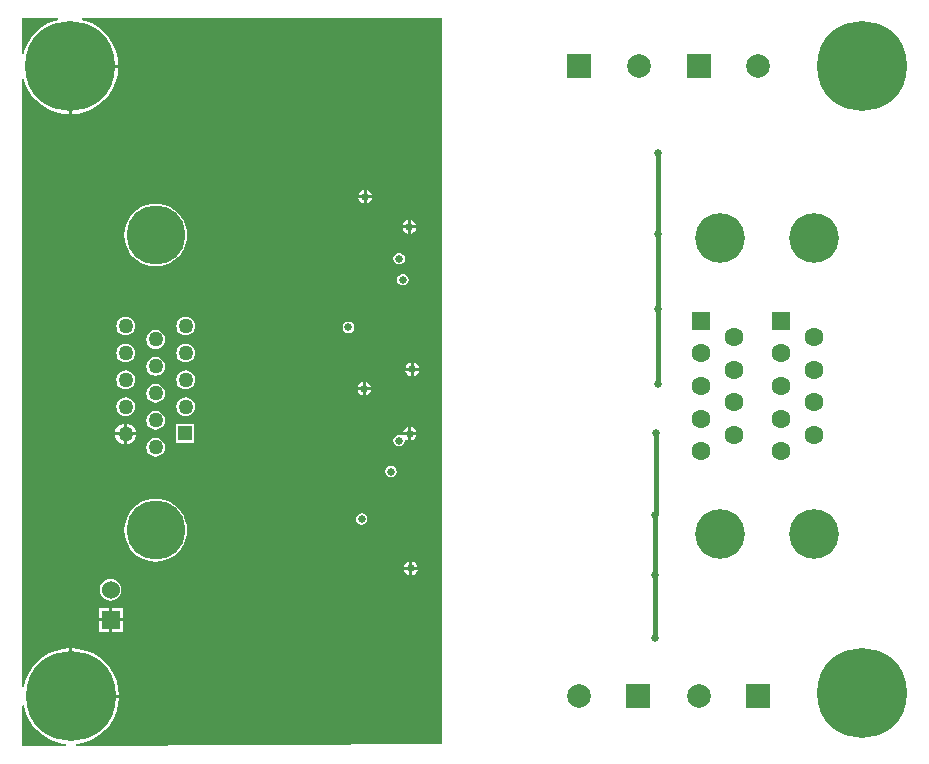
<source format=gbl>
G04*
G04 #@! TF.GenerationSoftware,Altium Limited,Altium Designer,20.1.8 (145)*
G04*
G04 Layer_Physical_Order=2*
G04 Layer_Color=16711680*
%FSLAX25Y25*%
%MOIN*%
G70*
G04*
G04 #@! TF.SameCoordinates,D3287E22-0F69-463A-97E5-025C8055979C*
G04*
G04*
G04 #@! TF.FilePolarity,Positive*
G04*
G01*
G75*
%ADD17C,0.01500*%
%ADD42C,0.06000*%
%ADD43R,0.06000X0.06000*%
%ADD44C,0.06299*%
%ADD45C,0.16535*%
%ADD46R,0.06299X0.06299*%
%ADD47C,0.07874*%
%ADD48R,0.07874X0.07874*%
%ADD49C,0.19685*%
%ADD50C,0.05000*%
%ADD51R,0.05000X0.05000*%
%ADD52C,0.03000*%
%ADD53C,0.30000*%
%ADD54C,0.02600*%
G36*
X211942Y377481D02*
X211040Y377264D01*
X208714Y376300D01*
X206566Y374984D01*
X204651Y373349D01*
X203016Y371434D01*
X201700Y369286D01*
X200736Y366960D01*
X200519Y366058D01*
X200020Y366117D01*
Y377980D01*
X211883D01*
X211942Y377481D01*
D02*
G37*
G36*
X340000Y135989D02*
X217910Y135580D01*
X217890Y136080D01*
X218761Y136148D01*
X221210Y136736D01*
X223536Y137700D01*
X225684Y139016D01*
X227599Y140651D01*
X229234Y142566D01*
X230550Y144714D01*
X231514Y147040D01*
X232102Y149489D01*
X232260Y151500D01*
X216250D01*
Y152000D01*
X215750D01*
Y168010D01*
X213739Y167852D01*
X211290Y167264D01*
X208964Y166300D01*
X206816Y164984D01*
X204901Y163349D01*
X203266Y161434D01*
X201950Y159286D01*
X200986Y156960D01*
X200519Y155017D01*
X200020Y155076D01*
Y357883D01*
X200519Y357942D01*
X200736Y357040D01*
X201700Y354714D01*
X203016Y352566D01*
X204651Y350651D01*
X206566Y349016D01*
X208714Y347700D01*
X211040Y346736D01*
X213489Y346148D01*
X215500Y345990D01*
Y362000D01*
X216000D01*
Y362500D01*
X232010D01*
X231852Y364511D01*
X231264Y366960D01*
X230300Y369286D01*
X228984Y371434D01*
X227349Y373349D01*
X225434Y374984D01*
X223286Y376300D01*
X220960Y377264D01*
X220058Y377481D01*
X220117Y377980D01*
X340000D01*
Y135989D01*
D02*
G37*
G36*
X200986Y147040D02*
X201950Y144714D01*
X203266Y142566D01*
X204901Y140651D01*
X206816Y139016D01*
X208964Y137700D01*
X211290Y136736D01*
X213739Y136148D01*
X214744Y136069D01*
X214726Y135569D01*
X200374Y135521D01*
X200020Y135874D01*
Y148924D01*
X200519Y148984D01*
X200986Y147040D01*
D02*
G37*
%LPC*%
G36*
X232010Y361500D02*
X216500D01*
Y345990D01*
X218511Y346148D01*
X220960Y346736D01*
X223286Y347700D01*
X225434Y349016D01*
X227349Y350651D01*
X228984Y352566D01*
X230300Y354714D01*
X231264Y357040D01*
X231852Y359489D01*
X232010Y361500D01*
D02*
G37*
G36*
X314841Y320786D02*
Y319041D01*
X316586D01*
X316508Y319438D01*
X315999Y320199D01*
X315238Y320708D01*
X314841Y320786D01*
D02*
G37*
G36*
X313841D02*
X313443Y320708D01*
X312683Y320199D01*
X312174Y319438D01*
X312095Y319041D01*
X313841D01*
Y320786D01*
D02*
G37*
G36*
X316586Y318041D02*
X314841D01*
Y316295D01*
X315238Y316374D01*
X315999Y316883D01*
X316508Y317643D01*
X316586Y318041D01*
D02*
G37*
G36*
X313841D02*
X312095D01*
X312174Y317643D01*
X312683Y316883D01*
X313443Y316374D01*
X313841Y316295D01*
Y318041D01*
D02*
G37*
G36*
X329600Y310746D02*
Y309000D01*
X331346D01*
X331267Y309397D01*
X330758Y310158D01*
X329997Y310667D01*
X329600Y310746D01*
D02*
G37*
G36*
X328600D02*
X328203Y310667D01*
X327442Y310158D01*
X326933Y309397D01*
X326854Y309000D01*
X328600D01*
Y310746D01*
D02*
G37*
G36*
X331346Y308000D02*
X329600D01*
Y306254D01*
X329997Y306333D01*
X330758Y306842D01*
X331267Y307603D01*
X331346Y308000D01*
D02*
G37*
G36*
X328600D02*
X326854D01*
X326933Y307603D01*
X327442Y306842D01*
X328203Y306333D01*
X328600Y306254D01*
Y308000D01*
D02*
G37*
G36*
X325700Y299837D02*
X324959Y299690D01*
X324330Y299270D01*
X323910Y298641D01*
X323763Y297900D01*
X323910Y297159D01*
X324330Y296530D01*
X324959Y296110D01*
X325700Y295963D01*
X326441Y296110D01*
X327070Y296530D01*
X327490Y297159D01*
X327637Y297900D01*
X327490Y298641D01*
X327070Y299270D01*
X326441Y299690D01*
X325700Y299837D01*
D02*
G37*
G36*
X244500Y316243D02*
X242861Y316114D01*
X241263Y315730D01*
X239744Y315101D01*
X238343Y314242D01*
X237093Y313175D01*
X236026Y311925D01*
X235167Y310523D01*
X234538Y309005D01*
X234154Y307406D01*
X234025Y305768D01*
X234154Y304129D01*
X234538Y302531D01*
X235167Y301012D01*
X236026Y299611D01*
X237093Y298361D01*
X238343Y297293D01*
X239744Y296435D01*
X241263Y295806D01*
X242861Y295422D01*
X244500Y295293D01*
X246139Y295422D01*
X247737Y295806D01*
X249255Y296435D01*
X250657Y297293D01*
X251907Y298361D01*
X252974Y299611D01*
X253833Y301012D01*
X254462Y302531D01*
X254846Y304129D01*
X254975Y305768D01*
X254846Y307406D01*
X254462Y309005D01*
X253833Y310523D01*
X252974Y311925D01*
X251907Y313175D01*
X250657Y314242D01*
X249255Y315101D01*
X247737Y315730D01*
X246139Y316114D01*
X244500Y316243D01*
D02*
G37*
G36*
X326900Y292837D02*
X326159Y292690D01*
X325530Y292270D01*
X325110Y291641D01*
X324963Y290900D01*
X325110Y290159D01*
X325530Y289530D01*
X326159Y289110D01*
X326900Y288963D01*
X327641Y289110D01*
X328270Y289530D01*
X328690Y290159D01*
X328837Y290900D01*
X328690Y291641D01*
X328270Y292270D01*
X327641Y292690D01*
X326900Y292837D01*
D02*
G37*
G36*
X308800Y276937D02*
X308059Y276790D01*
X307430Y276370D01*
X307010Y275741D01*
X306863Y275000D01*
X307010Y274259D01*
X307430Y273630D01*
X308059Y273210D01*
X308800Y273063D01*
X309541Y273210D01*
X310170Y273630D01*
X310590Y274259D01*
X310737Y275000D01*
X310590Y275741D01*
X310170Y276370D01*
X309541Y276790D01*
X308800Y276937D01*
D02*
G37*
G36*
X254500Y278579D02*
X253691Y278473D01*
X252937Y278161D01*
X252289Y277664D01*
X251792Y277016D01*
X251480Y276262D01*
X251373Y275453D01*
X251480Y274643D01*
X251792Y273889D01*
X252289Y273242D01*
X252937Y272745D01*
X253691Y272432D01*
X254500Y272326D01*
X255309Y272432D01*
X256063Y272745D01*
X256711Y273242D01*
X257208Y273889D01*
X257520Y274643D01*
X257627Y275453D01*
X257520Y276262D01*
X257208Y277016D01*
X256711Y277664D01*
X256063Y278161D01*
X255309Y278473D01*
X254500Y278579D01*
D02*
G37*
G36*
X234500D02*
X233691Y278473D01*
X232937Y278161D01*
X232289Y277664D01*
X231792Y277016D01*
X231480Y276262D01*
X231373Y275453D01*
X231480Y274643D01*
X231792Y273889D01*
X232289Y273242D01*
X232937Y272745D01*
X233691Y272432D01*
X234500Y272326D01*
X235309Y272432D01*
X236063Y272745D01*
X236711Y273242D01*
X237208Y273889D01*
X237520Y274643D01*
X237627Y275453D01*
X237520Y276262D01*
X237208Y277016D01*
X236711Y277664D01*
X236063Y278161D01*
X235309Y278473D01*
X234500Y278579D01*
D02*
G37*
G36*
X244500Y274091D02*
X243691Y273985D01*
X242937Y273672D01*
X242289Y273176D01*
X241792Y272528D01*
X241480Y271774D01*
X241373Y270965D01*
X241480Y270155D01*
X241792Y269401D01*
X242289Y268754D01*
X242937Y268257D01*
X243691Y267944D01*
X244500Y267838D01*
X245309Y267944D01*
X246063Y268257D01*
X246711Y268754D01*
X247208Y269401D01*
X247520Y270155D01*
X247627Y270965D01*
X247520Y271774D01*
X247208Y272528D01*
X246711Y273176D01*
X246063Y273672D01*
X245309Y273985D01*
X244500Y274091D01*
D02*
G37*
G36*
X254500Y269603D02*
X253691Y269497D01*
X252937Y269184D01*
X252289Y268687D01*
X251792Y268040D01*
X251480Y267286D01*
X251373Y266476D01*
X251480Y265667D01*
X251792Y264913D01*
X252289Y264265D01*
X252937Y263769D01*
X253691Y263456D01*
X254500Y263350D01*
X255309Y263456D01*
X256063Y263769D01*
X256711Y264265D01*
X257208Y264913D01*
X257520Y265667D01*
X257627Y266476D01*
X257520Y267286D01*
X257208Y268040D01*
X256711Y268687D01*
X256063Y269184D01*
X255309Y269497D01*
X254500Y269603D01*
D02*
G37*
G36*
X234500D02*
X233691Y269497D01*
X232937Y269184D01*
X232289Y268687D01*
X231792Y268040D01*
X231480Y267286D01*
X231373Y266476D01*
X231480Y265667D01*
X231792Y264913D01*
X232289Y264265D01*
X232937Y263769D01*
X233691Y263456D01*
X234500Y263350D01*
X235309Y263456D01*
X236063Y263769D01*
X236711Y264265D01*
X237208Y264913D01*
X237520Y265667D01*
X237627Y266476D01*
X237520Y267286D01*
X237208Y268040D01*
X236711Y268687D01*
X236063Y269184D01*
X235309Y269497D01*
X234500Y269603D01*
D02*
G37*
G36*
X330500Y263246D02*
Y261500D01*
X332246D01*
X332167Y261897D01*
X331658Y262658D01*
X330897Y263167D01*
X330500Y263246D01*
D02*
G37*
G36*
X329500D02*
X329103Y263167D01*
X328342Y262658D01*
X327833Y261897D01*
X327754Y261500D01*
X329500D01*
Y263246D01*
D02*
G37*
G36*
X244500Y265115D02*
X243691Y265008D01*
X242937Y264696D01*
X242289Y264199D01*
X241792Y263552D01*
X241480Y262797D01*
X241373Y261988D01*
X241480Y261179D01*
X241792Y260425D01*
X242289Y259777D01*
X242937Y259280D01*
X243691Y258968D01*
X244500Y258861D01*
X245309Y258968D01*
X246063Y259280D01*
X246711Y259777D01*
X247208Y260425D01*
X247520Y261179D01*
X247627Y261988D01*
X247520Y262797D01*
X247208Y263552D01*
X246711Y264199D01*
X246063Y264696D01*
X245309Y265008D01*
X244500Y265115D01*
D02*
G37*
G36*
X332246Y260500D02*
X330500D01*
Y258754D01*
X330897Y258833D01*
X331658Y259342D01*
X332167Y260103D01*
X332246Y260500D01*
D02*
G37*
G36*
X329500D02*
X327754D01*
X327833Y260103D01*
X328342Y259342D01*
X329103Y258833D01*
X329500Y258754D01*
Y260500D01*
D02*
G37*
G36*
X314600Y256846D02*
Y255100D01*
X316346D01*
X316267Y255497D01*
X315758Y256258D01*
X314997Y256767D01*
X314600Y256846D01*
D02*
G37*
G36*
X313600D02*
X313203Y256767D01*
X312442Y256258D01*
X311933Y255497D01*
X311854Y255100D01*
X313600D01*
Y256846D01*
D02*
G37*
G36*
X254500Y260627D02*
X253691Y260520D01*
X252937Y260208D01*
X252289Y259711D01*
X251792Y259063D01*
X251480Y258309D01*
X251373Y257500D01*
X251480Y256691D01*
X251792Y255937D01*
X252289Y255289D01*
X252937Y254792D01*
X253691Y254480D01*
X254500Y254373D01*
X255309Y254480D01*
X256063Y254792D01*
X256711Y255289D01*
X257208Y255937D01*
X257520Y256691D01*
X257627Y257500D01*
X257520Y258309D01*
X257208Y259063D01*
X256711Y259711D01*
X256063Y260208D01*
X255309Y260520D01*
X254500Y260627D01*
D02*
G37*
G36*
X234500D02*
X233691Y260520D01*
X232937Y260208D01*
X232289Y259711D01*
X231792Y259063D01*
X231480Y258309D01*
X231373Y257500D01*
X231480Y256691D01*
X231792Y255937D01*
X232289Y255289D01*
X232937Y254792D01*
X233691Y254480D01*
X234500Y254373D01*
X235309Y254480D01*
X236063Y254792D01*
X236711Y255289D01*
X237208Y255937D01*
X237520Y256691D01*
X237627Y257500D01*
X237520Y258309D01*
X237208Y259063D01*
X236711Y259711D01*
X236063Y260208D01*
X235309Y260520D01*
X234500Y260627D01*
D02*
G37*
G36*
X316346Y254100D02*
X314600D01*
Y252354D01*
X314997Y252433D01*
X315758Y252942D01*
X316267Y253703D01*
X316346Y254100D01*
D02*
G37*
G36*
X313600D02*
X311854D01*
X311933Y253703D01*
X312442Y252942D01*
X313203Y252433D01*
X313600Y252354D01*
Y254100D01*
D02*
G37*
G36*
X244500Y256139D02*
X243691Y256032D01*
X242937Y255720D01*
X242289Y255223D01*
X241792Y254575D01*
X241480Y253821D01*
X241373Y253012D01*
X241480Y252203D01*
X241792Y251448D01*
X242289Y250801D01*
X242937Y250304D01*
X243691Y249992D01*
X244500Y249885D01*
X245309Y249992D01*
X246063Y250304D01*
X246711Y250801D01*
X247208Y251448D01*
X247520Y252203D01*
X247627Y253012D01*
X247520Y253821D01*
X247208Y254575D01*
X246711Y255223D01*
X246063Y255720D01*
X245309Y256032D01*
X244500Y256139D01*
D02*
G37*
G36*
X254500Y251650D02*
X253691Y251544D01*
X252937Y251232D01*
X252289Y250735D01*
X251792Y250087D01*
X251480Y249333D01*
X251373Y248524D01*
X251480Y247714D01*
X251792Y246960D01*
X252289Y246313D01*
X252937Y245816D01*
X253691Y245503D01*
X254500Y245397D01*
X255309Y245503D01*
X256063Y245816D01*
X256711Y246313D01*
X257208Y246960D01*
X257520Y247714D01*
X257627Y248524D01*
X257520Y249333D01*
X257208Y250087D01*
X256711Y250735D01*
X256063Y251232D01*
X255309Y251544D01*
X254500Y251650D01*
D02*
G37*
G36*
X234500D02*
X233691Y251544D01*
X232937Y251232D01*
X232289Y250735D01*
X231792Y250087D01*
X231480Y249333D01*
X231373Y248524D01*
X231480Y247714D01*
X231792Y246960D01*
X232289Y246313D01*
X232937Y245816D01*
X233691Y245503D01*
X234500Y245397D01*
X235309Y245503D01*
X236063Y245816D01*
X236711Y246313D01*
X237208Y246960D01*
X237520Y247714D01*
X237627Y248524D01*
X237520Y249333D01*
X237208Y250087D01*
X236711Y250735D01*
X236063Y251232D01*
X235309Y251544D01*
X234500Y251650D01*
D02*
G37*
G36*
X244500Y247162D02*
X243691Y247056D01*
X242937Y246743D01*
X242289Y246246D01*
X241792Y245599D01*
X241480Y244845D01*
X241373Y244035D01*
X241480Y243226D01*
X241792Y242472D01*
X242289Y241825D01*
X242937Y241328D01*
X243691Y241015D01*
X244500Y240909D01*
X245309Y241015D01*
X246063Y241328D01*
X246711Y241825D01*
X247208Y242472D01*
X247520Y243226D01*
X247627Y244035D01*
X247520Y244845D01*
X247208Y245599D01*
X246711Y246246D01*
X246063Y246743D01*
X245309Y247056D01*
X244500Y247162D01*
D02*
G37*
G36*
X329700Y241846D02*
Y240100D01*
X331446D01*
X331367Y240497D01*
X330858Y241258D01*
X330097Y241767D01*
X329700Y241846D01*
D02*
G37*
G36*
X328700D02*
X328303Y241767D01*
X327542Y241258D01*
X327033Y240497D01*
X326954Y240100D01*
X328700D01*
Y241846D01*
D02*
G37*
G36*
X235000Y243012D02*
Y240047D01*
X237964D01*
X237910Y240461D01*
X237557Y241312D01*
X236996Y242043D01*
X236265Y242604D01*
X235414Y242957D01*
X235000Y243012D01*
D02*
G37*
G36*
X234000D02*
X233586Y242957D01*
X232735Y242604D01*
X232004Y242043D01*
X231443Y241312D01*
X231090Y240461D01*
X231036Y240047D01*
X234000D01*
Y243012D01*
D02*
G37*
G36*
X331446Y239100D02*
X329700D01*
Y237354D01*
X330097Y237433D01*
X330858Y237942D01*
X331367Y238703D01*
X331446Y239100D01*
D02*
G37*
G36*
X325600Y239187D02*
X324859Y239040D01*
X324230Y238620D01*
X323810Y237991D01*
X323663Y237250D01*
X323810Y236509D01*
X324230Y235880D01*
X324859Y235460D01*
X325600Y235313D01*
X326341Y235460D01*
X326970Y235880D01*
X327390Y236509D01*
X327537Y237250D01*
X327516Y237358D01*
X327966Y237659D01*
X328303Y237433D01*
X328700Y237354D01*
Y239100D01*
X326697D01*
X326474Y238951D01*
X326341Y239040D01*
X325600Y239187D01*
D02*
G37*
G36*
X257442Y242726D02*
X251242D01*
Y236526D01*
X257442D01*
Y242726D01*
D02*
G37*
G36*
X237964Y239047D02*
X235000D01*
Y236083D01*
X235414Y236137D01*
X236265Y236490D01*
X236996Y237051D01*
X237557Y237782D01*
X237910Y238634D01*
X237964Y239047D01*
D02*
G37*
G36*
X234000D02*
X231036D01*
X231090Y238634D01*
X231443Y237782D01*
X232004Y237051D01*
X232735Y236490D01*
X233586Y236137D01*
X234000Y236083D01*
Y239047D01*
D02*
G37*
G36*
X244500Y238186D02*
X243691Y238079D01*
X242937Y237767D01*
X242289Y237270D01*
X241792Y236622D01*
X241480Y235868D01*
X241373Y235059D01*
X241480Y234250D01*
X241792Y233496D01*
X242289Y232848D01*
X242937Y232351D01*
X243691Y232039D01*
X244500Y231932D01*
X245309Y232039D01*
X246063Y232351D01*
X246711Y232848D01*
X247208Y233496D01*
X247520Y234250D01*
X247627Y235059D01*
X247520Y235868D01*
X247208Y236622D01*
X246711Y237270D01*
X246063Y237767D01*
X245309Y238079D01*
X244500Y238186D01*
D02*
G37*
G36*
X322947Y228891D02*
X322205Y228743D01*
X321577Y228323D01*
X321157Y227695D01*
X321009Y226954D01*
X321157Y226212D01*
X321577Y225584D01*
X322205Y225164D01*
X322947Y225016D01*
X323688Y225164D01*
X324316Y225584D01*
X324736Y226212D01*
X324884Y226954D01*
X324736Y227695D01*
X324316Y228323D01*
X323688Y228743D01*
X322947Y228891D01*
D02*
G37*
G36*
X313200Y213037D02*
X312459Y212890D01*
X311830Y212470D01*
X311410Y211841D01*
X311263Y211100D01*
X311410Y210359D01*
X311830Y209730D01*
X312459Y209310D01*
X313200Y209163D01*
X313941Y209310D01*
X314570Y209730D01*
X314990Y210359D01*
X315137Y211100D01*
X314990Y211841D01*
X314570Y212470D01*
X313941Y212890D01*
X313200Y213037D01*
D02*
G37*
G36*
X244500Y217857D02*
X242861Y217728D01*
X241263Y217344D01*
X239744Y216715D01*
X238343Y215856D01*
X237093Y214789D01*
X236026Y213539D01*
X235167Y212137D01*
X234538Y210619D01*
X234154Y209020D01*
X234025Y207382D01*
X234154Y205743D01*
X234538Y204145D01*
X235167Y202626D01*
X236026Y201225D01*
X237093Y199975D01*
X238343Y198908D01*
X239744Y198049D01*
X241263Y197420D01*
X242861Y197036D01*
X244500Y196907D01*
X246139Y197036D01*
X247737Y197420D01*
X249255Y198049D01*
X250657Y198908D01*
X251907Y199975D01*
X252974Y201225D01*
X253833Y202626D01*
X254462Y204145D01*
X254846Y205743D01*
X254975Y207382D01*
X254846Y209020D01*
X254462Y210619D01*
X253833Y212137D01*
X252974Y213539D01*
X251907Y214789D01*
X250657Y215856D01*
X249255Y216715D01*
X247737Y217344D01*
X246139Y217728D01*
X244500Y217857D01*
D02*
G37*
G36*
X330100Y196946D02*
Y195200D01*
X331846D01*
X331767Y195597D01*
X331258Y196358D01*
X330497Y196867D01*
X330100Y196946D01*
D02*
G37*
G36*
X329100D02*
X328703Y196867D01*
X327942Y196358D01*
X327433Y195597D01*
X327354Y195200D01*
X329100D01*
Y196946D01*
D02*
G37*
G36*
X331846Y194200D02*
X330100D01*
Y192454D01*
X330497Y192533D01*
X331258Y193042D01*
X331767Y193803D01*
X331846Y194200D01*
D02*
G37*
G36*
X329100D02*
X327354D01*
X327433Y193803D01*
X327942Y193042D01*
X328703Y192533D01*
X329100Y192454D01*
Y194200D01*
D02*
G37*
G36*
X229500Y191131D02*
X228560Y191007D01*
X227684Y190645D01*
X226933Y190068D01*
X226355Y189315D01*
X225993Y188440D01*
X225869Y187500D01*
X225993Y186560D01*
X226355Y185685D01*
X226933Y184932D01*
X227684Y184355D01*
X228560Y183993D01*
X229500Y183869D01*
X230440Y183993D01*
X231315Y184355D01*
X232067Y184932D01*
X232645Y185685D01*
X233007Y186560D01*
X233131Y187500D01*
X233007Y188440D01*
X232645Y189315D01*
X232067Y190068D01*
X231315Y190645D01*
X230440Y191007D01*
X229500Y191131D01*
D02*
G37*
G36*
X233500Y181500D02*
X230000D01*
Y178000D01*
X233500D01*
Y181500D01*
D02*
G37*
G36*
X229000D02*
X225500D01*
Y178000D01*
X229000D01*
Y181500D01*
D02*
G37*
G36*
X233500Y177000D02*
X230000D01*
Y173500D01*
X233500D01*
Y177000D01*
D02*
G37*
G36*
X229000D02*
X225500D01*
Y173500D01*
X229000D01*
Y177000D01*
D02*
G37*
G36*
X216750Y168010D02*
Y152500D01*
X232260D01*
X232102Y154511D01*
X231514Y156960D01*
X230550Y159286D01*
X229234Y161434D01*
X227599Y163349D01*
X225684Y164984D01*
X223536Y166300D01*
X221210Y167264D01*
X218761Y167852D01*
X216750Y168010D01*
D02*
G37*
%LPD*%
D17*
X412000Y281000D02*
Y333000D01*
Y256000D02*
Y281000D01*
X411000Y171500D02*
Y192500D01*
Y212500D01*
X411177Y212677D01*
Y239470D01*
X411353Y239647D01*
D42*
X229500Y187500D02*
D03*
D43*
Y177500D02*
D03*
D44*
X464000Y260906D02*
D03*
Y271811D02*
D03*
Y250000D02*
D03*
Y239094D02*
D03*
X452819Y233642D02*
D03*
Y244547D02*
D03*
Y266358D02*
D03*
Y255453D02*
D03*
X426205D02*
D03*
Y266358D02*
D03*
Y244547D02*
D03*
Y233642D02*
D03*
X437386Y239094D02*
D03*
Y250000D02*
D03*
Y271811D02*
D03*
Y260906D02*
D03*
D45*
X464000Y206240D02*
D03*
Y304665D02*
D03*
X432504D02*
D03*
Y206240D02*
D03*
D46*
X452819Y277264D02*
D03*
X426205D02*
D03*
D47*
X425500Y152000D02*
D03*
X445200Y362000D02*
D03*
X385658Y152000D02*
D03*
X405485Y362000D02*
D03*
D48*
X445185Y152000D02*
D03*
X425515Y362000D02*
D03*
X405342Y152000D02*
D03*
X385800Y362000D02*
D03*
D49*
X244500Y305768D02*
D03*
Y207382D02*
D03*
D50*
Y235059D02*
D03*
Y244035D02*
D03*
Y253012D02*
D03*
Y261988D02*
D03*
Y270965D02*
D03*
X254500Y275453D02*
D03*
Y266476D02*
D03*
Y257500D02*
D03*
Y248524D02*
D03*
X234500Y275453D02*
D03*
Y266476D02*
D03*
Y257500D02*
D03*
Y248524D02*
D03*
Y239547D02*
D03*
D51*
X254343Y239626D02*
D03*
D52*
X480000Y164250D02*
D03*
X491250Y153000D02*
D03*
X480000Y141750D02*
D03*
X468750Y153000D02*
D03*
X470157Y158905D02*
D03*
X474094Y162843D02*
D03*
Y143157D02*
D03*
X489843Y147095D02*
D03*
X485906Y162843D02*
D03*
X470157Y147095D02*
D03*
X485906Y143157D02*
D03*
X489843Y158905D02*
D03*
X480000Y373250D02*
D03*
X491250Y362000D02*
D03*
X480000Y350750D02*
D03*
X468750Y362000D02*
D03*
X470157Y367905D02*
D03*
X474094Y371843D02*
D03*
Y352157D02*
D03*
X489843Y356095D02*
D03*
X485906Y371843D02*
D03*
X470157Y356095D02*
D03*
X485906Y352157D02*
D03*
X489843Y367905D02*
D03*
X216000Y373250D02*
D03*
X227250Y362000D02*
D03*
X216000Y350750D02*
D03*
X204750Y362000D02*
D03*
X206157Y367905D02*
D03*
X210094Y371843D02*
D03*
Y352157D02*
D03*
X225842Y356095D02*
D03*
X221905Y371843D02*
D03*
X206157Y356095D02*
D03*
X221905Y352157D02*
D03*
X225842Y367905D02*
D03*
X216250Y163250D02*
D03*
X227500Y152000D02*
D03*
X216250Y140750D02*
D03*
X205000Y152000D02*
D03*
X206407Y157905D02*
D03*
X210345Y161843D02*
D03*
Y142157D02*
D03*
X226093Y146095D02*
D03*
X222155Y161843D02*
D03*
X206407Y146095D02*
D03*
X222155Y142157D02*
D03*
X226093Y157905D02*
D03*
D53*
X480000Y153000D02*
D03*
Y362000D02*
D03*
X216000D02*
D03*
X216250Y152000D02*
D03*
D54*
X314100Y254600D02*
D03*
X412000Y333000D02*
D03*
Y306000D02*
D03*
Y256000D02*
D03*
Y281000D02*
D03*
X411000Y171500D02*
D03*
Y192500D02*
D03*
Y212500D02*
D03*
X411353Y239647D02*
D03*
X330000Y261000D02*
D03*
X329600Y194700D02*
D03*
X329200Y239600D02*
D03*
X329100Y308500D02*
D03*
X314341Y318541D02*
D03*
X325700Y297900D02*
D03*
X326900Y290900D02*
D03*
X308800Y275000D02*
D03*
X325600Y237250D02*
D03*
X322947Y226954D02*
D03*
X313200Y211100D02*
D03*
M02*

</source>
